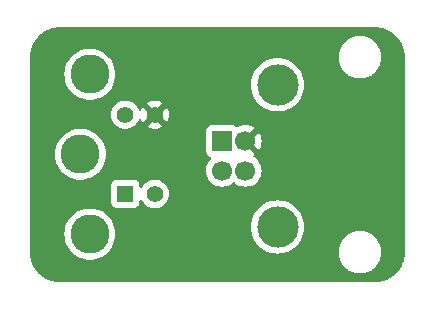
<source format=gbr>
%TF.GenerationSoftware,KiCad,Pcbnew,7.0.9-1.fc39*%
%TF.CreationDate,2023-12-29T10:14:23-08:00*%
%TF.ProjectId,ADB-USB-adapter,4144422d-5553-4422-9d61-646170746572,rev?*%
%TF.SameCoordinates,Original*%
%TF.FileFunction,Copper,L2,Bot*%
%TF.FilePolarity,Positive*%
%FSLAX46Y46*%
G04 Gerber Fmt 4.6, Leading zero omitted, Abs format (unit mm)*
G04 Created by KiCad (PCBNEW 7.0.9-1.fc39) date 2023-12-29 10:14:23*
%MOMM*%
%LPD*%
G01*
G04 APERTURE LIST*
%TA.AperFunction,ComponentPad*%
%ADD10R,1.700000X1.700000*%
%TD*%
%TA.AperFunction,ComponentPad*%
%ADD11C,1.700000*%
%TD*%
%TA.AperFunction,ComponentPad*%
%ADD12C,3.500000*%
%TD*%
%TA.AperFunction,ComponentPad*%
%ADD13R,1.398000X1.398000*%
%TD*%
%TA.AperFunction,ComponentPad*%
%ADD14C,1.398000*%
%TD*%
%TA.AperFunction,ComponentPad*%
%ADD15C,3.306000*%
%TD*%
G04 APERTURE END LIST*
D10*
%TO.P,USB1,1,VBUS*%
%TO.N,Net-(USB1-VBUS)*%
X36576000Y-28702000D03*
D11*
%TO.P,USB1,2,D-*%
%TO.N,Net-(USB1-D-)*%
X36576000Y-31202000D03*
%TO.P,USB1,3,D+*%
%TO.N,Net-(USB1-D+)*%
X38576000Y-31202000D03*
%TO.P,USB1,4,GND*%
%TO.N,GND*%
X38576000Y-28702000D03*
D12*
%TO.P,USB1,5,Shield*%
%TO.N,Net-(USB1-Shield)*%
X41286000Y-23932000D03*
X41286000Y-35972000D03*
%TD*%
D13*
%TO.P,ADB-FEMALE1,1,1*%
%TO.N,Net-(USB1-D+)*%
X28400000Y-33166800D03*
D14*
%TO.P,ADB-FEMALE1,2,2*%
%TO.N,Net-(USB1-VBUS)*%
X28400000Y-26466800D03*
%TO.P,ADB-FEMALE1,3,3*%
%TO.N,Net-(USB1-D-)*%
X30890000Y-33166800D03*
%TO.P,ADB-FEMALE1,4,4*%
%TO.N,GND*%
X30890000Y-26466800D03*
D15*
%TO.P,ADB-FEMALE1,5,SH*%
%TO.N,Net-(USB1-Shield)*%
X24590000Y-29816800D03*
%TO.P,ADB-FEMALE1,6,SH*%
X25400000Y-23056800D03*
%TO.P,ADB-FEMALE1,7,SH*%
X25400000Y-36576800D03*
%TD*%
%TA.AperFunction,Conductor*%
%TO.N,GND*%
G36*
X49531737Y-19050598D02*
G01*
X49565041Y-19052467D01*
X49645603Y-19056992D01*
X49817691Y-19067401D01*
X49824297Y-19068160D01*
X49895907Y-19080327D01*
X49960343Y-19091277D01*
X50053462Y-19108340D01*
X50109227Y-19118560D01*
X50115198Y-19119963D01*
X50252032Y-19159384D01*
X50392850Y-19203265D01*
X50398092Y-19205164D01*
X50531420Y-19260391D01*
X50664609Y-19320334D01*
X50669147Y-19322605D01*
X50742221Y-19362991D01*
X50796422Y-19392947D01*
X50796439Y-19392956D01*
X50920935Y-19468217D01*
X50924739Y-19470711D01*
X51042726Y-19554427D01*
X51045072Y-19556176D01*
X51140416Y-19630874D01*
X51158332Y-19644910D01*
X51161409Y-19647486D01*
X51269430Y-19744018D01*
X51271957Y-19746408D01*
X51373590Y-19848041D01*
X51375980Y-19850568D01*
X51472512Y-19958589D01*
X51475088Y-19961666D01*
X51563811Y-20074912D01*
X51565571Y-20077272D01*
X51649287Y-20195259D01*
X51651781Y-20199063D01*
X51727043Y-20323560D01*
X51797393Y-20450851D01*
X51799668Y-20455398D01*
X51859609Y-20588581D01*
X51914831Y-20721899D01*
X51916744Y-20727183D01*
X51939633Y-20800634D01*
X51960631Y-20868021D01*
X52000032Y-21004790D01*
X52001440Y-21010781D01*
X52028722Y-21159656D01*
X52051835Y-21295683D01*
X52052599Y-21302330D01*
X52063012Y-21474475D01*
X52069402Y-21588263D01*
X52069500Y-21591741D01*
X52069500Y-38098258D01*
X52069402Y-38101736D01*
X52063012Y-38215524D01*
X52052599Y-38387668D01*
X52051835Y-38394315D01*
X52028722Y-38530343D01*
X52001440Y-38679217D01*
X52000032Y-38685208D01*
X51960625Y-38822001D01*
X51916744Y-38962815D01*
X51914831Y-38968099D01*
X51859609Y-39101418D01*
X51799668Y-39234600D01*
X51797394Y-39239147D01*
X51727043Y-39366439D01*
X51651781Y-39490936D01*
X51649287Y-39494739D01*
X51565571Y-39612726D01*
X51563811Y-39615086D01*
X51475088Y-39728332D01*
X51472512Y-39731409D01*
X51375980Y-39839430D01*
X51373590Y-39841957D01*
X51271957Y-39943590D01*
X51269430Y-39945980D01*
X51161409Y-40042512D01*
X51158332Y-40045088D01*
X51045086Y-40133811D01*
X51042726Y-40135571D01*
X50924739Y-40219287D01*
X50920936Y-40221781D01*
X50796439Y-40297043D01*
X50669147Y-40367394D01*
X50664600Y-40369668D01*
X50531418Y-40429609D01*
X50398099Y-40484831D01*
X50392815Y-40486744D01*
X50275231Y-40523385D01*
X50251990Y-40530627D01*
X50115208Y-40570032D01*
X50109217Y-40571440D01*
X49960343Y-40598722D01*
X49824315Y-40621835D01*
X49817668Y-40622599D01*
X49645524Y-40633012D01*
X49531736Y-40639402D01*
X49528258Y-40639500D01*
X22861742Y-40639500D01*
X22858265Y-40639402D01*
X22744475Y-40633012D01*
X22572330Y-40622599D01*
X22565683Y-40621835D01*
X22429656Y-40598722D01*
X22280781Y-40571440D01*
X22274790Y-40570032D01*
X22138021Y-40530631D01*
X22070634Y-40509633D01*
X21997183Y-40486744D01*
X21991899Y-40484831D01*
X21858581Y-40429609D01*
X21725398Y-40369668D01*
X21720851Y-40367393D01*
X21593560Y-40297043D01*
X21469063Y-40221781D01*
X21465259Y-40219287D01*
X21347272Y-40135571D01*
X21344912Y-40133811D01*
X21231666Y-40045088D01*
X21228589Y-40042512D01*
X21120568Y-39945980D01*
X21118041Y-39943590D01*
X21016408Y-39841957D01*
X21014018Y-39839430D01*
X20917486Y-39731409D01*
X20914910Y-39728332D01*
X20861552Y-39660226D01*
X20826176Y-39615072D01*
X20824427Y-39612726D01*
X20805499Y-39586050D01*
X20740710Y-39494738D01*
X20738217Y-39490935D01*
X20683458Y-39400353D01*
X20662956Y-39366439D01*
X20594733Y-39242998D01*
X20592605Y-39239147D01*
X20590330Y-39234600D01*
X20584385Y-39221391D01*
X20530387Y-39101411D01*
X20496539Y-39019696D01*
X20475164Y-38968092D01*
X20473265Y-38962850D01*
X20429375Y-38822001D01*
X20389963Y-38685198D01*
X20388560Y-38679227D01*
X20376002Y-38610698D01*
X20361277Y-38530343D01*
X20350327Y-38465907D01*
X20338160Y-38394297D01*
X20337401Y-38387691D01*
X20326992Y-38215603D01*
X20322626Y-38137867D01*
X20320598Y-38101736D01*
X20320500Y-38098259D01*
X20320500Y-36576800D01*
X23241468Y-36576800D01*
X23261572Y-36870714D01*
X23261572Y-36870718D01*
X23261573Y-36870720D01*
X23279503Y-36957004D01*
X23321512Y-37159167D01*
X23321513Y-37159170D01*
X23414451Y-37420671D01*
X23420170Y-37436762D01*
X23555708Y-37698339D01*
X23725602Y-37939024D01*
X23725606Y-37939028D01*
X23725606Y-37939029D01*
X23773467Y-37990275D01*
X23926687Y-38154333D01*
X24155217Y-38340256D01*
X24155219Y-38340257D01*
X24155220Y-38340258D01*
X24406936Y-38493330D01*
X24406940Y-38493332D01*
X24677147Y-38610698D01*
X24677152Y-38610700D01*
X24960834Y-38690184D01*
X25217427Y-38725452D01*
X25252696Y-38730300D01*
X25252697Y-38730300D01*
X25547304Y-38730300D01*
X25578769Y-38725974D01*
X25839166Y-38690184D01*
X26122848Y-38610700D01*
X26312597Y-38528281D01*
X26393059Y-38493332D01*
X26393063Y-38493330D01*
X26429356Y-38471260D01*
X26644783Y-38340256D01*
X26873313Y-38154333D01*
X27074398Y-37939024D01*
X27244292Y-37698339D01*
X27379830Y-37436762D01*
X27478488Y-37159165D01*
X27538427Y-36870720D01*
X27558532Y-36576800D01*
X27538427Y-36282880D01*
X27478488Y-35994435D01*
X27470517Y-35972007D01*
X39030671Y-35972007D01*
X39049964Y-36266363D01*
X39049965Y-36266373D01*
X39049966Y-36266380D01*
X39104346Y-36539772D01*
X39107518Y-36555716D01*
X39107521Y-36555730D01*
X39202349Y-36835080D01*
X39332825Y-37099660D01*
X39332829Y-37099667D01*
X39496725Y-37344955D01*
X39691241Y-37566758D01*
X39913044Y-37761274D01*
X40158332Y-37925170D01*
X40158335Y-37925172D01*
X40422923Y-38055652D01*
X40702278Y-38150481D01*
X40991620Y-38208034D01*
X41017389Y-38209723D01*
X41285993Y-38227329D01*
X41286000Y-38227329D01*
X41286007Y-38227329D01*
X41521675Y-38211881D01*
X41580380Y-38208034D01*
X41869722Y-38150481D01*
X42018433Y-38100000D01*
X46458411Y-38100000D01*
X46466287Y-38205110D01*
X46466460Y-38209723D01*
X46466460Y-38234414D01*
X46470138Y-38258820D01*
X46470657Y-38263425D01*
X46478532Y-38368509D01*
X46478532Y-38368512D01*
X46478533Y-38368513D01*
X46486680Y-38404207D01*
X46501984Y-38471260D01*
X46502846Y-38475814D01*
X46505487Y-38493330D01*
X46506525Y-38500219D01*
X46506526Y-38500221D01*
X46506528Y-38500229D01*
X46513797Y-38523798D01*
X46514996Y-38528273D01*
X46538450Y-38631026D01*
X46538451Y-38631031D01*
X46576954Y-38729137D01*
X46578485Y-38733512D01*
X46585757Y-38757087D01*
X46585759Y-38757092D01*
X46596472Y-38779340D01*
X46598325Y-38783587D01*
X46636824Y-38881680D01*
X46689522Y-38972955D01*
X46691682Y-38977042D01*
X46696019Y-38986048D01*
X46702392Y-38999282D01*
X46702393Y-38999283D01*
X46702394Y-38999285D01*
X46703356Y-39000696D01*
X46716292Y-39019670D01*
X46718759Y-39023596D01*
X46771458Y-39114873D01*
X46800871Y-39151755D01*
X46837169Y-39197271D01*
X46839917Y-39200995D01*
X46848580Y-39213700D01*
X46853822Y-39221389D01*
X46853824Y-39221391D01*
X46853832Y-39221401D01*
X46870605Y-39239478D01*
X46873630Y-39242993D01*
X46939339Y-39325389D01*
X46939341Y-39325391D01*
X46939342Y-39325392D01*
X46983575Y-39366434D01*
X47016596Y-39397073D01*
X47019863Y-39400339D01*
X47036662Y-39418444D01*
X47036664Y-39418446D01*
X47055956Y-39433831D01*
X47059471Y-39436856D01*
X47117755Y-39490935D01*
X47136728Y-39508539D01*
X47223833Y-39567926D01*
X47227514Y-39570643D01*
X47241453Y-39581759D01*
X47246833Y-39586050D01*
X47246835Y-39586051D01*
X47258652Y-39592872D01*
X47268215Y-39598394D01*
X47272094Y-39600830D01*
X47357151Y-39658821D01*
X47359203Y-39660220D01*
X47359213Y-39660226D01*
X47407236Y-39683352D01*
X47454165Y-39705952D01*
X47458242Y-39708107D01*
X47479630Y-39720455D01*
X47502611Y-39729474D01*
X47506842Y-39731319D01*
X47601806Y-39777052D01*
X47702542Y-39808124D01*
X47706859Y-39809636D01*
X47729862Y-39818664D01*
X47753955Y-39824163D01*
X47758380Y-39825348D01*
X47859109Y-39856419D01*
X47963327Y-39872127D01*
X47967853Y-39872983D01*
X47991937Y-39878480D01*
X48016595Y-39880327D01*
X48021108Y-39880836D01*
X48125367Y-39896551D01*
X48125373Y-39896551D01*
X48230754Y-39896551D01*
X48235371Y-39896723D01*
X48260000Y-39898569D01*
X48284628Y-39896723D01*
X48289246Y-39896551D01*
X48394627Y-39896551D01*
X48394633Y-39896551D01*
X48498880Y-39880838D01*
X48503435Y-39880325D01*
X48528063Y-39878480D01*
X48552141Y-39872984D01*
X48556682Y-39872126D01*
X48660884Y-39856420D01*
X48660883Y-39856420D01*
X48660891Y-39856419D01*
X48761619Y-39825348D01*
X48766044Y-39824163D01*
X48790138Y-39818664D01*
X48813166Y-39809626D01*
X48817439Y-39808130D01*
X48918194Y-39777052D01*
X49013150Y-39731323D01*
X49017367Y-39729482D01*
X49040370Y-39720455D01*
X49061772Y-39708098D01*
X49065792Y-39705972D01*
X49160795Y-39660222D01*
X49247895Y-39600837D01*
X49251786Y-39598392D01*
X49273170Y-39586047D01*
X49292481Y-39570646D01*
X49296160Y-39567930D01*
X49383272Y-39508539D01*
X49460548Y-39436836D01*
X49464025Y-39433844D01*
X49483338Y-39418444D01*
X49500149Y-39400325D01*
X49503361Y-39397112D01*
X49580658Y-39325392D01*
X49646391Y-39242965D01*
X49649365Y-39239508D01*
X49666178Y-39221389D01*
X49680079Y-39200999D01*
X49682831Y-39197271D01*
X49682837Y-39197264D01*
X49748543Y-39114871D01*
X49801254Y-39023572D01*
X49803689Y-39019696D01*
X49817606Y-38999285D01*
X49828325Y-38977026D01*
X49830462Y-38972981D01*
X49883176Y-38881680D01*
X49921690Y-38783546D01*
X49923526Y-38779340D01*
X49934241Y-38757091D01*
X49941519Y-38733496D01*
X49943044Y-38729137D01*
X49981549Y-38631028D01*
X50005004Y-38528266D01*
X50006197Y-38523813D01*
X50013475Y-38500219D01*
X50017155Y-38475802D01*
X50018013Y-38471269D01*
X50018015Y-38471260D01*
X50041467Y-38368513D01*
X50041535Y-38367613D01*
X50043584Y-38340258D01*
X50049345Y-38263385D01*
X50049860Y-38258820D01*
X50053540Y-38234407D01*
X50054180Y-38200140D01*
X50054339Y-38196737D01*
X50061589Y-38100000D01*
X50061458Y-38098258D01*
X50060285Y-38082611D01*
X50054339Y-38003265D01*
X50054180Y-37999855D01*
X50053540Y-37965593D01*
X50049859Y-37941174D01*
X50049344Y-37936608D01*
X50043118Y-37853528D01*
X50041468Y-37831496D01*
X50041467Y-37831490D01*
X50041467Y-37831487D01*
X50018009Y-37728712D01*
X50017154Y-37724191D01*
X50013475Y-37699781D01*
X50006199Y-37676193D01*
X50005001Y-37671722D01*
X49981552Y-37568985D01*
X49981551Y-37568984D01*
X49981549Y-37568972D01*
X49943042Y-37470859D01*
X49941517Y-37466497D01*
X49940966Y-37464712D01*
X49934241Y-37442909D01*
X49923532Y-37420671D01*
X49921678Y-37416422D01*
X49883178Y-37318324D01*
X49883175Y-37318319D01*
X49830457Y-37227008D01*
X49828320Y-37222964D01*
X49817606Y-37200716D01*
X49803703Y-37180325D01*
X49801258Y-37176434D01*
X49748543Y-37085129D01*
X49748539Y-37085125D01*
X49748536Y-37085119D01*
X49711332Y-37038468D01*
X49682822Y-37002718D01*
X49680084Y-36999008D01*
X49666178Y-36978611D01*
X49649395Y-36960523D01*
X49646374Y-36957013D01*
X49637095Y-36945377D01*
X49580658Y-36874608D01*
X49503389Y-36802913D01*
X49500136Y-36799660D01*
X49488591Y-36787217D01*
X49483345Y-36781563D01*
X49483338Y-36781556D01*
X49483332Y-36781551D01*
X49464037Y-36766164D01*
X49460529Y-36763145D01*
X49460524Y-36763140D01*
X49383272Y-36691461D01*
X49296187Y-36632087D01*
X49292456Y-36629332D01*
X49273169Y-36613952D01*
X49251803Y-36601615D01*
X49247877Y-36599149D01*
X49160796Y-36539779D01*
X49160797Y-36539779D01*
X49160795Y-36539778D01*
X49065825Y-36494043D01*
X49061747Y-36491887D01*
X49040370Y-36479545D01*
X49040365Y-36479543D01*
X49017397Y-36470528D01*
X49013149Y-36468674D01*
X48918190Y-36422946D01*
X48866597Y-36407032D01*
X48817479Y-36391881D01*
X48813118Y-36390355D01*
X48790139Y-36381336D01*
X48766063Y-36375840D01*
X48761585Y-36374640D01*
X48660898Y-36343582D01*
X48556678Y-36327872D01*
X48552124Y-36327011D01*
X48528074Y-36321522D01*
X48528068Y-36321521D01*
X48528063Y-36321520D01*
X48524931Y-36321285D01*
X48503451Y-36319674D01*
X48498846Y-36319155D01*
X48394640Y-36303449D01*
X48394633Y-36303449D01*
X48289246Y-36303449D01*
X48284628Y-36303276D01*
X48260000Y-36301431D01*
X48235371Y-36303276D01*
X48230754Y-36303449D01*
X48125356Y-36303449D01*
X48021152Y-36319155D01*
X48016548Y-36319674D01*
X47991932Y-36321520D01*
X47967874Y-36327010D01*
X47963322Y-36327871D01*
X47859101Y-36343582D01*
X47758415Y-36374640D01*
X47753937Y-36375840D01*
X47729862Y-36381336D01*
X47706873Y-36390357D01*
X47702499Y-36391888D01*
X47601806Y-36422948D01*
X47506866Y-36468668D01*
X47502618Y-36470522D01*
X47479632Y-36479543D01*
X47479625Y-36479547D01*
X47458249Y-36491887D01*
X47454152Y-36494052D01*
X47359215Y-36539772D01*
X47359205Y-36539778D01*
X47272128Y-36599146D01*
X47268203Y-36601612D01*
X47246833Y-36613950D01*
X47227527Y-36629344D01*
X47223799Y-36632096D01*
X47136725Y-36691463D01*
X47059473Y-36763140D01*
X47055962Y-36766162D01*
X47036666Y-36781551D01*
X47019873Y-36799648D01*
X47016597Y-36802924D01*
X46939344Y-36874604D01*
X46939340Y-36874609D01*
X46873632Y-36957004D01*
X46870609Y-36960517D01*
X46853827Y-36978605D01*
X46853818Y-36978615D01*
X46839914Y-36999008D01*
X46837161Y-37002737D01*
X46771454Y-37085132D01*
X46718752Y-37176412D01*
X46716287Y-37180335D01*
X46702399Y-37200706D01*
X46702389Y-37200725D01*
X46691691Y-37222939D01*
X46689525Y-37227038D01*
X46636824Y-37318319D01*
X46598326Y-37416411D01*
X46596473Y-37420658D01*
X46585758Y-37442910D01*
X46585756Y-37442916D01*
X46578483Y-37466494D01*
X46576952Y-37470869D01*
X46538451Y-37568968D01*
X46538451Y-37568970D01*
X46514997Y-37671720D01*
X46513799Y-37676193D01*
X46506526Y-37699775D01*
X46506524Y-37699783D01*
X46502844Y-37724191D01*
X46501983Y-37728744D01*
X46478534Y-37831480D01*
X46478533Y-37831484D01*
X46478533Y-37831487D01*
X46478466Y-37832387D01*
X46470657Y-37936576D01*
X46470138Y-37941181D01*
X46466460Y-37965585D01*
X46466460Y-37990275D01*
X46466287Y-37994891D01*
X46460329Y-38074394D01*
X46458542Y-38098258D01*
X46458411Y-38100000D01*
X42018433Y-38100000D01*
X42149077Y-38055652D01*
X42413665Y-37925172D01*
X42658957Y-37761273D01*
X42880758Y-37566758D01*
X43075273Y-37344957D01*
X43239172Y-37099665D01*
X43369652Y-36835077D01*
X43464481Y-36555722D01*
X43522034Y-36266380D01*
X43541329Y-35972000D01*
X43541329Y-35971992D01*
X43522035Y-35677636D01*
X43522034Y-35677620D01*
X43464481Y-35388278D01*
X43369652Y-35108923D01*
X43239172Y-34844336D01*
X43075273Y-34599043D01*
X42956331Y-34463416D01*
X42880758Y-34377241D01*
X42658955Y-34182725D01*
X42413667Y-34018829D01*
X42413660Y-34018825D01*
X42149080Y-33888349D01*
X41869730Y-33793521D01*
X41869724Y-33793519D01*
X41869722Y-33793519D01*
X41580380Y-33735966D01*
X41580373Y-33735965D01*
X41580363Y-33735964D01*
X41286007Y-33716671D01*
X41285993Y-33716671D01*
X40991636Y-33735964D01*
X40991624Y-33735965D01*
X40991620Y-33735966D01*
X40991612Y-33735967D01*
X40991609Y-33735968D01*
X40702283Y-33793518D01*
X40702269Y-33793521D01*
X40422919Y-33888349D01*
X40158334Y-34018828D01*
X39913041Y-34182728D01*
X39691241Y-34377241D01*
X39496728Y-34599041D01*
X39332828Y-34844334D01*
X39202349Y-35108919D01*
X39107521Y-35388269D01*
X39107518Y-35388283D01*
X39049968Y-35677609D01*
X39049964Y-35677636D01*
X39030671Y-35971992D01*
X39030671Y-35972007D01*
X27470517Y-35972007D01*
X27379830Y-35716838D01*
X27244292Y-35455261D01*
X27074398Y-35214576D01*
X27074393Y-35214570D01*
X27007028Y-35142440D01*
X26873313Y-34999267D01*
X26644783Y-34813344D01*
X26644781Y-34813343D01*
X26644779Y-34813341D01*
X26393063Y-34660269D01*
X26393059Y-34660267D01*
X26122852Y-34542901D01*
X25839171Y-34463417D01*
X25839167Y-34463416D01*
X25839166Y-34463416D01*
X25693234Y-34443358D01*
X25547304Y-34423300D01*
X25547303Y-34423300D01*
X25252697Y-34423300D01*
X25252696Y-34423300D01*
X24960834Y-34463416D01*
X24960828Y-34463417D01*
X24677147Y-34542901D01*
X24406940Y-34660267D01*
X24406936Y-34660269D01*
X24155220Y-34813341D01*
X23926690Y-34999264D01*
X23725606Y-35214570D01*
X23725606Y-35214571D01*
X23555708Y-35455260D01*
X23420169Y-35716839D01*
X23321513Y-35994429D01*
X23321512Y-35994432D01*
X23261572Y-36282885D01*
X23241468Y-36576800D01*
X20320500Y-36576800D01*
X20320500Y-33913670D01*
X27200500Y-33913670D01*
X27200501Y-33913676D01*
X27206908Y-33973283D01*
X27257202Y-34108128D01*
X27257206Y-34108135D01*
X27343452Y-34223344D01*
X27343455Y-34223347D01*
X27458664Y-34309593D01*
X27458671Y-34309597D01*
X27593517Y-34359891D01*
X27593516Y-34359891D01*
X27600444Y-34360635D01*
X27653127Y-34366300D01*
X29146872Y-34366299D01*
X29206483Y-34359891D01*
X29341331Y-34309596D01*
X29456546Y-34223346D01*
X29542796Y-34108131D01*
X29593091Y-33973283D01*
X29599500Y-33913673D01*
X29599499Y-33793380D01*
X29619183Y-33726344D01*
X29671987Y-33680589D01*
X29741145Y-33670645D01*
X29804701Y-33699669D01*
X29834499Y-33738111D01*
X29865795Y-33800961D01*
X29999762Y-33978362D01*
X30044153Y-34018829D01*
X30164043Y-34128123D01*
X30353046Y-34245149D01*
X30353047Y-34245149D01*
X30353048Y-34245150D01*
X30422142Y-34271917D01*
X30560335Y-34325453D01*
X30778850Y-34366300D01*
X30778853Y-34366300D01*
X31001147Y-34366300D01*
X31001150Y-34366300D01*
X31219665Y-34325453D01*
X31426954Y-34245149D01*
X31615957Y-34128123D01*
X31780239Y-33978360D01*
X31914205Y-33800961D01*
X32013292Y-33601966D01*
X32074128Y-33388152D01*
X32094639Y-33166800D01*
X32074128Y-32945448D01*
X32013292Y-32731634D01*
X31914205Y-32532639D01*
X31795942Y-32376034D01*
X31780237Y-32355237D01*
X31615958Y-32205478D01*
X31615957Y-32205477D01*
X31426954Y-32088451D01*
X31426952Y-32088450D01*
X31426951Y-32088449D01*
X31219668Y-32008148D01*
X31219667Y-32008147D01*
X31219665Y-32008147D01*
X31001150Y-31967300D01*
X30778850Y-31967300D01*
X30560335Y-32008147D01*
X30560333Y-32008147D01*
X30560331Y-32008148D01*
X30353048Y-32088449D01*
X30353047Y-32088450D01*
X30164041Y-32205478D01*
X29999762Y-32355237D01*
X29865795Y-32532638D01*
X29834499Y-32595489D01*
X29786996Y-32646726D01*
X29719333Y-32664147D01*
X29652992Y-32642221D01*
X29609038Y-32587910D01*
X29599499Y-32540217D01*
X29599499Y-32419929D01*
X29599498Y-32419923D01*
X29599497Y-32419916D01*
X29593091Y-32360317D01*
X29591197Y-32355240D01*
X29542797Y-32225471D01*
X29542793Y-32225464D01*
X29456547Y-32110255D01*
X29456544Y-32110252D01*
X29341335Y-32024006D01*
X29341328Y-32024002D01*
X29206482Y-31973708D01*
X29206483Y-31973708D01*
X29146883Y-31967301D01*
X29146881Y-31967300D01*
X29146873Y-31967300D01*
X29146864Y-31967300D01*
X27653129Y-31967300D01*
X27653123Y-31967301D01*
X27593516Y-31973708D01*
X27458671Y-32024002D01*
X27458664Y-32024006D01*
X27343455Y-32110252D01*
X27343452Y-32110255D01*
X27257206Y-32225464D01*
X27257202Y-32225471D01*
X27206908Y-32360317D01*
X27200501Y-32419916D01*
X27200501Y-32419923D01*
X27200500Y-32419935D01*
X27200500Y-33913670D01*
X20320500Y-33913670D01*
X20320500Y-29816800D01*
X22431468Y-29816800D01*
X22451572Y-30110714D01*
X22511512Y-30399167D01*
X22511513Y-30399170D01*
X22555938Y-30524169D01*
X22610170Y-30676762D01*
X22745708Y-30938339D01*
X22915602Y-31179024D01*
X22915606Y-31179028D01*
X22915606Y-31179029D01*
X22937059Y-31201999D01*
X23116687Y-31394333D01*
X23345217Y-31580256D01*
X23345219Y-31580257D01*
X23345220Y-31580258D01*
X23596936Y-31733330D01*
X23596940Y-31733332D01*
X23867147Y-31850698D01*
X23867152Y-31850700D01*
X24150834Y-31930184D01*
X24407427Y-31965452D01*
X24442696Y-31970300D01*
X24442697Y-31970300D01*
X24737304Y-31970300D01*
X24768769Y-31965974D01*
X25029166Y-31930184D01*
X25312848Y-31850700D01*
X25420934Y-31803751D01*
X25583059Y-31733332D01*
X25583063Y-31733330D01*
X25694350Y-31665655D01*
X25834783Y-31580256D01*
X26063313Y-31394333D01*
X26242940Y-31202000D01*
X35220341Y-31202000D01*
X35240936Y-31437403D01*
X35240938Y-31437413D01*
X35302094Y-31665655D01*
X35302096Y-31665659D01*
X35302097Y-31665663D01*
X35388381Y-31850700D01*
X35401965Y-31879830D01*
X35401967Y-31879834D01*
X35491814Y-32008148D01*
X35537505Y-32073401D01*
X35704599Y-32240495D01*
X35801384Y-32308265D01*
X35898165Y-32376032D01*
X35898167Y-32376033D01*
X35898170Y-32376035D01*
X36112337Y-32475903D01*
X36340592Y-32537063D01*
X36528918Y-32553539D01*
X36575999Y-32557659D01*
X36576000Y-32557659D01*
X36576001Y-32557659D01*
X36615234Y-32554226D01*
X36811408Y-32537063D01*
X37039663Y-32475903D01*
X37253830Y-32376035D01*
X37447401Y-32240495D01*
X37488319Y-32199577D01*
X37549642Y-32166092D01*
X37619334Y-32171076D01*
X37663681Y-32199577D01*
X37704599Y-32240495D01*
X37801384Y-32308265D01*
X37898165Y-32376032D01*
X37898167Y-32376033D01*
X37898170Y-32376035D01*
X38112337Y-32475903D01*
X38340592Y-32537063D01*
X38528918Y-32553539D01*
X38575999Y-32557659D01*
X38576000Y-32557659D01*
X38576001Y-32557659D01*
X38615234Y-32554226D01*
X38811408Y-32537063D01*
X39039663Y-32475903D01*
X39253830Y-32376035D01*
X39447401Y-32240495D01*
X39614495Y-32073401D01*
X39750035Y-31879830D01*
X39849903Y-31665663D01*
X39911063Y-31437408D01*
X39931659Y-31202000D01*
X39911063Y-30966592D01*
X39849903Y-30738337D01*
X39750035Y-30524171D01*
X39662506Y-30399165D01*
X39614494Y-30330597D01*
X39447402Y-30163506D01*
X39447396Y-30163501D01*
X39289968Y-30053269D01*
X39246343Y-29998692D01*
X39239149Y-29929194D01*
X39270672Y-29866839D01*
X39289968Y-29850119D01*
X39337373Y-29816925D01*
X38673020Y-29152572D01*
X38713119Y-29146529D01*
X38838054Y-29086363D01*
X38939705Y-28992045D01*
X39009039Y-28871955D01*
X39025850Y-28798298D01*
X39690925Y-29463373D01*
X39690926Y-29463373D01*
X39749598Y-29379582D01*
X39749600Y-29379578D01*
X39849429Y-29165492D01*
X39849433Y-29165483D01*
X39910567Y-28937326D01*
X39910569Y-28937315D01*
X39931157Y-28702001D01*
X39931157Y-28701998D01*
X39910569Y-28466684D01*
X39910567Y-28466673D01*
X39849433Y-28238516D01*
X39849429Y-28238507D01*
X39749600Y-28024423D01*
X39749599Y-28024421D01*
X39690925Y-27940626D01*
X39690925Y-27940625D01*
X39029779Y-28601772D01*
X39029533Y-28598484D01*
X38978872Y-28469402D01*
X38892414Y-28360987D01*
X38777841Y-28282873D01*
X38673697Y-28250749D01*
X39337373Y-27587073D01*
X39337373Y-27587072D01*
X39253583Y-27528402D01*
X39253579Y-27528400D01*
X39039492Y-27428570D01*
X39039483Y-27428566D01*
X38811326Y-27367432D01*
X38811315Y-27367430D01*
X38576002Y-27346843D01*
X38575998Y-27346843D01*
X38340684Y-27367430D01*
X38340673Y-27367432D01*
X38112516Y-27428566D01*
X38112507Y-27428570D01*
X37921920Y-27517442D01*
X37852842Y-27527934D01*
X37789058Y-27499414D01*
X37784289Y-27495009D01*
X37668335Y-27408206D01*
X37668328Y-27408202D01*
X37533482Y-27357908D01*
X37533483Y-27357908D01*
X37473883Y-27351501D01*
X37473881Y-27351500D01*
X37473873Y-27351500D01*
X37473864Y-27351500D01*
X35678129Y-27351500D01*
X35678123Y-27351501D01*
X35618516Y-27357908D01*
X35483671Y-27408202D01*
X35483664Y-27408206D01*
X35368455Y-27494452D01*
X35368452Y-27494455D01*
X35282206Y-27609664D01*
X35282202Y-27609671D01*
X35231908Y-27744517D01*
X35225501Y-27804116D01*
X35225500Y-27804135D01*
X35225500Y-29599870D01*
X35225501Y-29599876D01*
X35231908Y-29659483D01*
X35282202Y-29794328D01*
X35282206Y-29794335D01*
X35368452Y-29909544D01*
X35368455Y-29909547D01*
X35483664Y-29995793D01*
X35483671Y-29995797D01*
X35585948Y-30033944D01*
X35641882Y-30075815D01*
X35666299Y-30141279D01*
X35651447Y-30209552D01*
X35630296Y-30237807D01*
X35537505Y-30330597D01*
X35401965Y-30524169D01*
X35401964Y-30524171D01*
X35302098Y-30738335D01*
X35302094Y-30738344D01*
X35240938Y-30966586D01*
X35240936Y-30966596D01*
X35220341Y-31201999D01*
X35220341Y-31202000D01*
X26242940Y-31202000D01*
X26264398Y-31179024D01*
X26434292Y-30938339D01*
X26569830Y-30676762D01*
X26668488Y-30399165D01*
X26728427Y-30110720D01*
X26748532Y-29816800D01*
X26728427Y-29522880D01*
X26668488Y-29234435D01*
X26569830Y-28956838D01*
X26434292Y-28695261D01*
X26264398Y-28454576D01*
X26264393Y-28454570D01*
X26165280Y-28348447D01*
X26063313Y-28239267D01*
X25834783Y-28053344D01*
X25834781Y-28053343D01*
X25834779Y-28053341D01*
X25583063Y-27900269D01*
X25583059Y-27900267D01*
X25312852Y-27782901D01*
X25029171Y-27703417D01*
X25029167Y-27703416D01*
X25029166Y-27703416D01*
X24883234Y-27683358D01*
X24737304Y-27663300D01*
X24737303Y-27663300D01*
X24442697Y-27663300D01*
X24442696Y-27663300D01*
X24150834Y-27703416D01*
X24150828Y-27703417D01*
X23867147Y-27782901D01*
X23596940Y-27900267D01*
X23596936Y-27900269D01*
X23345220Y-28053341D01*
X23116690Y-28239264D01*
X22915606Y-28454570D01*
X22915606Y-28454571D01*
X22915603Y-28454573D01*
X22915602Y-28454576D01*
X22847644Y-28550850D01*
X22745708Y-28695260D01*
X22610169Y-28956839D01*
X22511513Y-29234429D01*
X22511512Y-29234432D01*
X22451572Y-29522885D01*
X22431468Y-29816800D01*
X20320500Y-29816800D01*
X20320500Y-26466800D01*
X27195361Y-26466800D01*
X27215871Y-26688151D01*
X27276707Y-26901963D01*
X27276712Y-26901976D01*
X27375795Y-27100961D01*
X27509762Y-27278362D01*
X27597022Y-27357909D01*
X27674043Y-27428123D01*
X27863046Y-27545149D01*
X27863047Y-27545149D01*
X27863048Y-27545150D01*
X27932142Y-27571917D01*
X28070335Y-27625453D01*
X28288850Y-27666300D01*
X28288853Y-27666300D01*
X28511147Y-27666300D01*
X28511150Y-27666300D01*
X28729665Y-27625453D01*
X28936954Y-27545149D01*
X29125957Y-27428123D01*
X29290239Y-27278360D01*
X29424205Y-27100961D01*
X29523292Y-26901966D01*
X29525993Y-26892472D01*
X29563266Y-26833380D01*
X29626574Y-26803819D01*
X29695814Y-26813177D01*
X29749003Y-26858483D01*
X29764524Y-26892463D01*
X29767176Y-26901783D01*
X29767180Y-26901794D01*
X29866224Y-27100700D01*
X29881851Y-27121394D01*
X30450214Y-26553032D01*
X30451257Y-26566940D01*
X30500266Y-26691813D01*
X30583905Y-26796692D01*
X30694741Y-26872259D01*
X30804298Y-26906053D01*
X30237397Y-27472953D01*
X30353268Y-27544698D01*
X30353270Y-27544699D01*
X30560473Y-27624969D01*
X30778899Y-27665800D01*
X31001101Y-27665800D01*
X31219525Y-27624969D01*
X31219535Y-27624966D01*
X31426729Y-27544699D01*
X31426731Y-27544698D01*
X31542601Y-27472953D01*
X30973837Y-26904189D01*
X31022647Y-26896833D01*
X31143509Y-26838629D01*
X31241844Y-26747387D01*
X31308917Y-26631213D01*
X31327323Y-26550570D01*
X31898147Y-27121394D01*
X31913776Y-27100698D01*
X31913783Y-27100686D01*
X32012817Y-26901799D01*
X32012825Y-26901779D01*
X32073633Y-26688061D01*
X32073634Y-26688059D01*
X32094137Y-26466800D01*
X32094137Y-26466799D01*
X32073634Y-26245540D01*
X32073633Y-26245538D01*
X32012825Y-26031820D01*
X32012819Y-26031805D01*
X31913781Y-25832910D01*
X31913776Y-25832903D01*
X31898146Y-25812204D01*
X31329785Y-26380566D01*
X31328743Y-26366660D01*
X31279734Y-26241787D01*
X31196095Y-26136908D01*
X31085259Y-26061341D01*
X30975701Y-26027546D01*
X31542601Y-25460645D01*
X31542600Y-25460644D01*
X31426733Y-25388902D01*
X31426727Y-25388899D01*
X31219526Y-25308630D01*
X31001101Y-25267800D01*
X30778899Y-25267800D01*
X30560474Y-25308630D01*
X30560473Y-25308630D01*
X30353272Y-25388899D01*
X30353266Y-25388903D01*
X30237398Y-25460644D01*
X30237397Y-25460645D01*
X30806163Y-26029410D01*
X30757353Y-26036767D01*
X30636491Y-26094971D01*
X30538156Y-26186213D01*
X30471083Y-26302387D01*
X30452676Y-26383028D01*
X29881852Y-25812204D01*
X29866223Y-25832901D01*
X29767180Y-26031805D01*
X29767174Y-26031822D01*
X29764523Y-26041138D01*
X29727240Y-26100229D01*
X29663928Y-26129783D01*
X29594689Y-26120416D01*
X29541506Y-26075102D01*
X29525994Y-26041133D01*
X29523292Y-26031634D01*
X29518395Y-26021800D01*
X29450362Y-25885170D01*
X29424205Y-25832639D01*
X29290239Y-25655240D01*
X29290237Y-25655237D01*
X29125958Y-25505478D01*
X29125957Y-25505477D01*
X28936954Y-25388451D01*
X28936952Y-25388450D01*
X28936951Y-25388449D01*
X28729668Y-25308148D01*
X28729667Y-25308147D01*
X28729665Y-25308147D01*
X28511150Y-25267300D01*
X28288850Y-25267300D01*
X28070335Y-25308147D01*
X28070333Y-25308147D01*
X28070331Y-25308148D01*
X27863048Y-25388449D01*
X27863047Y-25388450D01*
X27674041Y-25505478D01*
X27509762Y-25655237D01*
X27375795Y-25832638D01*
X27276712Y-26031623D01*
X27276707Y-26031636D01*
X27215871Y-26245448D01*
X27195361Y-26466799D01*
X27195361Y-26466800D01*
X20320500Y-26466800D01*
X20320500Y-23056800D01*
X23241468Y-23056800D01*
X23261572Y-23350714D01*
X23261572Y-23350718D01*
X23261573Y-23350720D01*
X23269438Y-23388569D01*
X23321512Y-23639167D01*
X23321513Y-23639170D01*
X23420169Y-23916760D01*
X23420170Y-23916762D01*
X23555708Y-24178339D01*
X23725602Y-24419024D01*
X23725606Y-24419028D01*
X23725606Y-24419029D01*
X23800343Y-24499052D01*
X23926687Y-24634333D01*
X24155217Y-24820256D01*
X24155219Y-24820257D01*
X24155220Y-24820258D01*
X24406936Y-24973330D01*
X24406940Y-24973332D01*
X24605706Y-25059667D01*
X24677152Y-25090700D01*
X24960834Y-25170184D01*
X25217427Y-25205452D01*
X25252696Y-25210300D01*
X25252697Y-25210300D01*
X25547304Y-25210300D01*
X25578769Y-25205974D01*
X25839166Y-25170184D01*
X26122848Y-25090700D01*
X26230934Y-25043751D01*
X26393059Y-24973332D01*
X26393063Y-24973330D01*
X26393065Y-24973329D01*
X26644783Y-24820256D01*
X26873313Y-24634333D01*
X27074398Y-24419024D01*
X27244292Y-24178339D01*
X27371931Y-23932007D01*
X39030671Y-23932007D01*
X39049964Y-24226363D01*
X39049965Y-24226373D01*
X39049966Y-24226380D01*
X39049968Y-24226390D01*
X39107518Y-24515716D01*
X39107521Y-24515730D01*
X39202349Y-24795080D01*
X39332825Y-25059660D01*
X39332829Y-25059667D01*
X39496725Y-25304955D01*
X39691241Y-25526758D01*
X39837747Y-25655240D01*
X39913043Y-25721273D01*
X40158335Y-25885172D01*
X40422923Y-26015652D01*
X40702278Y-26110481D01*
X40991620Y-26168034D01*
X41019888Y-26169886D01*
X41285993Y-26187329D01*
X41286000Y-26187329D01*
X41286007Y-26187329D01*
X41521675Y-26171881D01*
X41580380Y-26168034D01*
X41869722Y-26110481D01*
X42149077Y-26015652D01*
X42413665Y-25885172D01*
X42658957Y-25721273D01*
X42880758Y-25526758D01*
X43075273Y-25304957D01*
X43239172Y-25059665D01*
X43369652Y-24795077D01*
X43464481Y-24515722D01*
X43522034Y-24226380D01*
X43541329Y-23932000D01*
X43541329Y-23931992D01*
X43522035Y-23637636D01*
X43522034Y-23637620D01*
X43464481Y-23348278D01*
X43369652Y-23068923D01*
X43239172Y-22804336D01*
X43211475Y-22762885D01*
X43160947Y-22687264D01*
X43075273Y-22559043D01*
X43014094Y-22489282D01*
X42880758Y-22337241D01*
X42658955Y-22142725D01*
X42413667Y-21978829D01*
X42413660Y-21978825D01*
X42149080Y-21848349D01*
X41869730Y-21753521D01*
X41869724Y-21753519D01*
X41869722Y-21753519D01*
X41580380Y-21695966D01*
X41580373Y-21695965D01*
X41580363Y-21695964D01*
X41286007Y-21676671D01*
X41285993Y-21676671D01*
X40991636Y-21695964D01*
X40991624Y-21695965D01*
X40991620Y-21695966D01*
X40991612Y-21695967D01*
X40991609Y-21695968D01*
X40702283Y-21753518D01*
X40702269Y-21753521D01*
X40422919Y-21848349D01*
X40158334Y-21978828D01*
X39913041Y-22142728D01*
X39691241Y-22337241D01*
X39496728Y-22559041D01*
X39332828Y-22804334D01*
X39202349Y-23068919D01*
X39107521Y-23348269D01*
X39107518Y-23348283D01*
X39049968Y-23637609D01*
X39049964Y-23637636D01*
X39030671Y-23931992D01*
X39030671Y-23932007D01*
X27371931Y-23932007D01*
X27379830Y-23916762D01*
X27478488Y-23639165D01*
X27538427Y-23350720D01*
X27558532Y-23056800D01*
X27538427Y-22762880D01*
X27478488Y-22474435D01*
X27379830Y-22196838D01*
X27244292Y-21935261D01*
X27074398Y-21694576D01*
X27074393Y-21694570D01*
X27007028Y-21622440D01*
X26976731Y-21590000D01*
X46458411Y-21590000D01*
X46466287Y-21695110D01*
X46466460Y-21699723D01*
X46466460Y-21724414D01*
X46470138Y-21748820D01*
X46470657Y-21753425D01*
X46478532Y-21858509D01*
X46478534Y-21858516D01*
X46501984Y-21961260D01*
X46502846Y-21965814D01*
X46504808Y-21978828D01*
X46506525Y-21990219D01*
X46506526Y-21990221D01*
X46506528Y-21990229D01*
X46513797Y-22013798D01*
X46514996Y-22018273D01*
X46538450Y-22121026D01*
X46538451Y-22121031D01*
X46576954Y-22219137D01*
X46578485Y-22223512D01*
X46585757Y-22247087D01*
X46585759Y-22247092D01*
X46596472Y-22269340D01*
X46598325Y-22273587D01*
X46636824Y-22371680D01*
X46689522Y-22462955D01*
X46691682Y-22467042D01*
X46695240Y-22474429D01*
X46702392Y-22489282D01*
X46702393Y-22489283D01*
X46702394Y-22489285D01*
X46710459Y-22501114D01*
X46716292Y-22509670D01*
X46718759Y-22513596D01*
X46771458Y-22604873D01*
X46800871Y-22641755D01*
X46837169Y-22687271D01*
X46839917Y-22690995D01*
X46848580Y-22703700D01*
X46853822Y-22711389D01*
X46853824Y-22711391D01*
X46853832Y-22711401D01*
X46870605Y-22729478D01*
X46873630Y-22732993D01*
X46939339Y-22815389D01*
X47016596Y-22887073D01*
X47019863Y-22890339D01*
X47036662Y-22908444D01*
X47036664Y-22908446D01*
X47055956Y-22923831D01*
X47059471Y-22926856D01*
X47125479Y-22988101D01*
X47136728Y-22998539D01*
X47223833Y-23057926D01*
X47227514Y-23060643D01*
X47237892Y-23068919D01*
X47246833Y-23076050D01*
X47246835Y-23076051D01*
X47258652Y-23082872D01*
X47268215Y-23088394D01*
X47272094Y-23090830D01*
X47357151Y-23148821D01*
X47359203Y-23150220D01*
X47359213Y-23150226D01*
X47410039Y-23174702D01*
X47454165Y-23195952D01*
X47458242Y-23198107D01*
X47479630Y-23210455D01*
X47502611Y-23219474D01*
X47506842Y-23221319D01*
X47601806Y-23267052D01*
X47702542Y-23298124D01*
X47706859Y-23299636D01*
X47729862Y-23308664D01*
X47753955Y-23314163D01*
X47758380Y-23315348D01*
X47859109Y-23346419D01*
X47963327Y-23362127D01*
X47967853Y-23362983D01*
X47991937Y-23368480D01*
X48016595Y-23370327D01*
X48021108Y-23370836D01*
X48125367Y-23386551D01*
X48125373Y-23386551D01*
X48230754Y-23386551D01*
X48235371Y-23386723D01*
X48260000Y-23388569D01*
X48284628Y-23386723D01*
X48289246Y-23386551D01*
X48394627Y-23386551D01*
X48394633Y-23386551D01*
X48498880Y-23370838D01*
X48503435Y-23370325D01*
X48528063Y-23368480D01*
X48552141Y-23362984D01*
X48556682Y-23362126D01*
X48632356Y-23350720D01*
X48660891Y-23346419D01*
X48761619Y-23315348D01*
X48766044Y-23314163D01*
X48790138Y-23308664D01*
X48813166Y-23299626D01*
X48817439Y-23298130D01*
X48918194Y-23267052D01*
X49013150Y-23221323D01*
X49017367Y-23219482D01*
X49040370Y-23210455D01*
X49061772Y-23198098D01*
X49065792Y-23195972D01*
X49160795Y-23150222D01*
X49247895Y-23090837D01*
X49251786Y-23088392D01*
X49273170Y-23076047D01*
X49292481Y-23060646D01*
X49296160Y-23057930D01*
X49383272Y-22998539D01*
X49460548Y-22926836D01*
X49464025Y-22923844D01*
X49483338Y-22908444D01*
X49500149Y-22890325D01*
X49503361Y-22887112D01*
X49580658Y-22815392D01*
X49646391Y-22732965D01*
X49649365Y-22729508D01*
X49666178Y-22711389D01*
X49680079Y-22690999D01*
X49682831Y-22687271D01*
X49682837Y-22687264D01*
X49748543Y-22604871D01*
X49801254Y-22513572D01*
X49803689Y-22509696D01*
X49817606Y-22489285D01*
X49828325Y-22467026D01*
X49830462Y-22462981D01*
X49883176Y-22371680D01*
X49921690Y-22273546D01*
X49923526Y-22269340D01*
X49934241Y-22247091D01*
X49941519Y-22223496D01*
X49943044Y-22219137D01*
X49981549Y-22121028D01*
X50005004Y-22018266D01*
X50006197Y-22013813D01*
X50013475Y-21990219D01*
X50017155Y-21965802D01*
X50018013Y-21961269D01*
X50018015Y-21961260D01*
X50041467Y-21858513D01*
X50041535Y-21857613D01*
X50043241Y-21834828D01*
X50049345Y-21753385D01*
X50049860Y-21748820D01*
X50053540Y-21724407D01*
X50054180Y-21690140D01*
X50054339Y-21686737D01*
X50061589Y-21590000D01*
X50054339Y-21493265D01*
X50054180Y-21489855D01*
X50053540Y-21455593D01*
X50049859Y-21431174D01*
X50049344Y-21426608D01*
X50043118Y-21343528D01*
X50041468Y-21321496D01*
X50041467Y-21321490D01*
X50041467Y-21321487D01*
X50018009Y-21218712D01*
X50017154Y-21214191D01*
X50013475Y-21189781D01*
X50006199Y-21166193D01*
X50005001Y-21161722D01*
X50004529Y-21159656D01*
X49981549Y-21058972D01*
X49943042Y-20960859D01*
X49941517Y-20956497D01*
X49937482Y-20943417D01*
X49934241Y-20932909D01*
X49923532Y-20910671D01*
X49921678Y-20906422D01*
X49883178Y-20808324D01*
X49878738Y-20800634D01*
X49830457Y-20717008D01*
X49828320Y-20712964D01*
X49817606Y-20690716D01*
X49803703Y-20670325D01*
X49801258Y-20666434D01*
X49748543Y-20575129D01*
X49748539Y-20575125D01*
X49748536Y-20575119D01*
X49711332Y-20528468D01*
X49682822Y-20492718D01*
X49680084Y-20489008D01*
X49666178Y-20468611D01*
X49649395Y-20450523D01*
X49646374Y-20447013D01*
X49637095Y-20435377D01*
X49580658Y-20364608D01*
X49503389Y-20292913D01*
X49500136Y-20289660D01*
X49488591Y-20277217D01*
X49483345Y-20271563D01*
X49483338Y-20271556D01*
X49483332Y-20271551D01*
X49464037Y-20256164D01*
X49460529Y-20253145D01*
X49402242Y-20199063D01*
X49383272Y-20181461D01*
X49296187Y-20122087D01*
X49292456Y-20119332D01*
X49273169Y-20103952D01*
X49251803Y-20091615D01*
X49247877Y-20089149D01*
X49160796Y-20029779D01*
X49160797Y-20029779D01*
X49160795Y-20029778D01*
X49065825Y-19984043D01*
X49061747Y-19981887D01*
X49040370Y-19969545D01*
X49040365Y-19969543D01*
X49017397Y-19960528D01*
X49013149Y-19958674D01*
X48918190Y-19912946D01*
X48866597Y-19897032D01*
X48817479Y-19881881D01*
X48813118Y-19880355D01*
X48790139Y-19871336D01*
X48766063Y-19865840D01*
X48761585Y-19864640D01*
X48660898Y-19833582D01*
X48556678Y-19817872D01*
X48552124Y-19817011D01*
X48528074Y-19811522D01*
X48528068Y-19811521D01*
X48528063Y-19811520D01*
X48524931Y-19811285D01*
X48503451Y-19809674D01*
X48498846Y-19809155D01*
X48394640Y-19793449D01*
X48394633Y-19793449D01*
X48289246Y-19793449D01*
X48284628Y-19793276D01*
X48260000Y-19791431D01*
X48235371Y-19793276D01*
X48230754Y-19793449D01*
X48125356Y-19793449D01*
X48021152Y-19809155D01*
X48016548Y-19809674D01*
X47991932Y-19811520D01*
X47967874Y-19817010D01*
X47963322Y-19817871D01*
X47859101Y-19833582D01*
X47758415Y-19864640D01*
X47753937Y-19865840D01*
X47729862Y-19871336D01*
X47706873Y-19880357D01*
X47702499Y-19881888D01*
X47601806Y-19912948D01*
X47506866Y-19958668D01*
X47502618Y-19960522D01*
X47479632Y-19969543D01*
X47479625Y-19969547D01*
X47458249Y-19981887D01*
X47454152Y-19984052D01*
X47359215Y-20029772D01*
X47359205Y-20029778D01*
X47272128Y-20089146D01*
X47268203Y-20091612D01*
X47246833Y-20103950D01*
X47227527Y-20119344D01*
X47223799Y-20122096D01*
X47136725Y-20181463D01*
X47059473Y-20253140D01*
X47055962Y-20256162D01*
X47036666Y-20271551D01*
X47019873Y-20289648D01*
X47016597Y-20292924D01*
X46939344Y-20364604D01*
X46939340Y-20364609D01*
X46873632Y-20447004D01*
X46870609Y-20450517D01*
X46853827Y-20468605D01*
X46853818Y-20468615D01*
X46839914Y-20489008D01*
X46837161Y-20492737D01*
X46771454Y-20575132D01*
X46718752Y-20666412D01*
X46716287Y-20670335D01*
X46702399Y-20690706D01*
X46702389Y-20690725D01*
X46691691Y-20712939D01*
X46689525Y-20717038D01*
X46636824Y-20808319D01*
X46598326Y-20906411D01*
X46596473Y-20910658D01*
X46585758Y-20932910D01*
X46585756Y-20932916D01*
X46578483Y-20956494D01*
X46576952Y-20960869D01*
X46538451Y-21058968D01*
X46538451Y-21058970D01*
X46514997Y-21161720D01*
X46513799Y-21166193D01*
X46506526Y-21189775D01*
X46506524Y-21189783D01*
X46502844Y-21214191D01*
X46501983Y-21218744D01*
X46478534Y-21321480D01*
X46478533Y-21321484D01*
X46478533Y-21321487D01*
X46478466Y-21322387D01*
X46470657Y-21426576D01*
X46470138Y-21431181D01*
X46466460Y-21455585D01*
X46466460Y-21480275D01*
X46466287Y-21484891D01*
X46458411Y-21590000D01*
X26976731Y-21590000D01*
X26873313Y-21479267D01*
X26644783Y-21293344D01*
X26644781Y-21293343D01*
X26644779Y-21293341D01*
X26393063Y-21140269D01*
X26393059Y-21140267D01*
X26122852Y-21022901D01*
X25839171Y-20943417D01*
X25839167Y-20943416D01*
X25839166Y-20943416D01*
X25600931Y-20910671D01*
X25547304Y-20903300D01*
X25547303Y-20903300D01*
X25252697Y-20903300D01*
X25252696Y-20903300D01*
X24960834Y-20943416D01*
X24960828Y-20943417D01*
X24677147Y-21022901D01*
X24406940Y-21140267D01*
X24406936Y-21140269D01*
X24155220Y-21293341D01*
X23926690Y-21479264D01*
X23926687Y-21479266D01*
X23926687Y-21479267D01*
X23913590Y-21493290D01*
X23725606Y-21694570D01*
X23725606Y-21694571D01*
X23725603Y-21694573D01*
X23725602Y-21694576D01*
X23683994Y-21753521D01*
X23555708Y-21935260D01*
X23420169Y-22196839D01*
X23321513Y-22474429D01*
X23321512Y-22474432D01*
X23261572Y-22762885D01*
X23241468Y-23056800D01*
X20320500Y-23056800D01*
X20320500Y-21591740D01*
X20320598Y-21588263D01*
X20322140Y-21560782D01*
X20326995Y-21474333D01*
X20337401Y-21302304D01*
X20338160Y-21295706D01*
X20353072Y-21207941D01*
X20361277Y-21159656D01*
X20379725Y-21058985D01*
X20388562Y-21010763D01*
X20389961Y-21004810D01*
X20429387Y-20867956D01*
X20473270Y-20727135D01*
X20475158Y-20721921D01*
X20530397Y-20588565D01*
X20590343Y-20455370D01*
X20592599Y-20450861D01*
X20662958Y-20323557D01*
X20738228Y-20199044D01*
X20740693Y-20195286D01*
X20824461Y-20077226D01*
X20826145Y-20074967D01*
X20914932Y-19961638D01*
X20917472Y-19958605D01*
X21014052Y-19850531D01*
X21016373Y-19848077D01*
X21118077Y-19746373D01*
X21120531Y-19744052D01*
X21228605Y-19647472D01*
X21231638Y-19644932D01*
X21344967Y-19556145D01*
X21347226Y-19554461D01*
X21465286Y-19470693D01*
X21469044Y-19468228D01*
X21593561Y-19392956D01*
X21720861Y-19322599D01*
X21725370Y-19320343D01*
X21858565Y-19260397D01*
X21991921Y-19205158D01*
X21997135Y-19203270D01*
X22137956Y-19159387D01*
X22274810Y-19119961D01*
X22280763Y-19118562D01*
X22363324Y-19103432D01*
X22429656Y-19091277D01*
X22477941Y-19083072D01*
X22565706Y-19068160D01*
X22572304Y-19067401D01*
X22744333Y-19056995D01*
X22830782Y-19052140D01*
X22858263Y-19050598D01*
X22861740Y-19050500D01*
X49528260Y-19050500D01*
X49531737Y-19050598D01*
G37*
%TD.AperFunction*%
%TD*%
M02*

</source>
